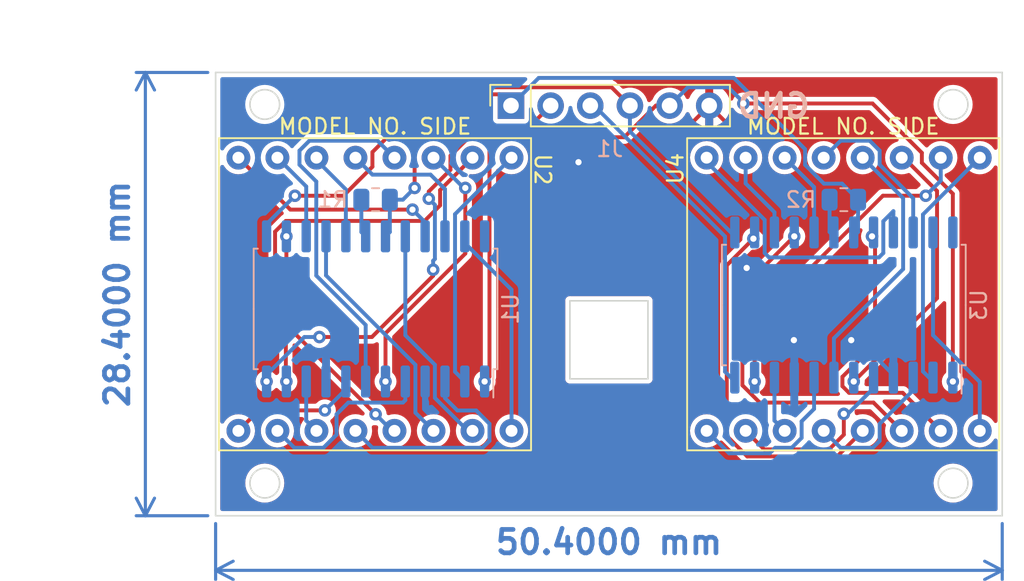
<source format=kicad_pcb>
(kicad_pcb (version 20211014) (generator pcbnew)
  (layers (0 "F.Cu" signal) (31 "B.Cu" signal) (34 "B.Paste" user) (35 "F.Paste" user) (36 "B.SilkS" user "B.Silkscreen") (37 "F.SilkS" user "F.Silkscreen") (38 "B.Mask" user) (39 "F.Mask" user) (44 "Edge.Cuts" user))
  (net 0 "")
  (net 1 "Net-(J1-Pad1)")
  (net 2 "Net-(J1-Pad2)")
  (net 3 "Net-(J1-Pad3)")
  (net 4 "Net-(J1-Pad4)")
  (net 5 "Net-(J1-Pad5)")
  (net 6 "GND")
  (net 7 "Net-(R1-Pad1)")
  (net 8 "Net-(R2-Pad1)")
  (net 9 "Net-(U1-Pad2)")
  (net 10 "Net-(U1-Pad3)")
  (net 11 "Net-(U1-Pad5)")
  (net 12 "Net-(U1-Pad6)")
  (net 13 "Net-(U1-Pad7)")
  (net 14 "Net-(U1-Pad8)")
  (net 15 "Net-(U1-Pad10)")
  (net 16 "Net-(U1-Pad11)")
  (net 17 "Net-(U1-Pad14)")
  (net 18 "Net-(U1-Pad15)")
  (net 19 "Net-(U1-Pad16)")
  (net 20 "Net-(U1-Pad17)")
  (net 21 "Net-(U1-Pad20)")
  (net 22 "Net-(U1-Pad21)")
  (net 23 "Net-(U1-Pad22)")
  (net 24 "Net-(U1-Pad23)")
  (net 26 "Net-(U3-Pad2)")
  (net 27 "Net-(U3-Pad3)")
  (net 28 "Net-(U3-Pad5)")
  (net 29 "Net-(U3-Pad6)")
  (net 30 "Net-(U3-Pad7)")
  (net 31 "Net-(U3-Pad8)")
  (net 32 "Net-(U3-Pad10)")
  (net 33 "Net-(U3-Pad11)")
  (net 34 "Net-(U3-Pad14)")
  (net 35 "Net-(U3-Pad15)")
  (net 36 "Net-(U3-Pad16)")
  (net 37 "Net-(U3-Pad17)")
  (net 38 "Net-(U3-Pad20)")
  (net 39 "Net-(U3-Pad21)")
  (net 40 "Net-(U3-Pad22)")
  (net 41 "Net-(U3-Pad23)")
  (footprint "LIB:KWM-20882CBA" (layer "F.Cu") (at 124.96 60.06 -90)
    (fp_text reference "U2" (at 2 -0.75 -90 unlocked) (layer "F.SilkS"))
    (fp_text value "KWM-20882CBA")
    (fp_text user "MODEL NO. SIDE" (at -0.75 10 unlocked) (layer "F.SilkS"))
    (fp_rect (start 0 0) (end 20 20) (layer "F.SilkS") (width 0.12) (fill none))
    (pad "1" thru_hole circle (at 1.25 1.25 180) (size 1.524 1.524) (drill 0.762) (layers *.Mask "F.Cu" "In1.Cu" "B.Cu") (net 9 "Net-(U1-Pad2)"))
    (pad "2" thru_hole circle (at 1.25 3.75 180) (size 1.524 1.524) (drill 0.762) (layers *.Mask "F.Cu" "In1.Cu" "B.Cu") (net 16 "Net-(U1-Pad11)"))
    (pad "3" thru_hole circle (at 1.25 6.25 180) (size 1.524 1.524) (drill 0.762) (layers *.Mask "F.Cu" "In1.Cu" "B.Cu") (net 12 "Net-(U1-Pad6)"))
    (pad "4" thru_hole circle (at 1.25 8.75 180) (size 1.524 1.524) (drill 0.762) (layers *.Mask "F.Cu" "In1.Cu" "B.Cu") (net 13 "Net-(U1-Pad7)"))
    (pad "5" thru_hole circle (at 1.25 11.25 180) (size 1.524 1.524) (drill 0.762) (layers *.Mask "F.Cu" "In1.Cu" "B.Cu") (net 23 "Net-(U1-Pad22)"))
    (pad "6" thru_hole circle (at 1.25 13.75 180) (size 1.524 1.524) (drill 0.762) (layers *.Mask "F.Cu" "In1.Cu" "B.Cu") (net 20 "Net-(U1-Pad17)"))
    (pad "7" thru_hole circle (at 1.25 16.25 180) (size 1.524 1.524) (drill 0.762) (layers *.Mask "F.Cu" "In1.Cu" "B.Cu") (net 18 "Net-(U1-Pad15)"))
    (pad "8" thru_hole circle (at 1.25 18.75 180) (size 1.524 1.524) (drill 0.762) (layers *.Mask "F.Cu" "In1.Cu" "B.Cu") (net 22 "Net-(U1-Pad21)"))
    (pad "9" thru_hole circle (at 18.75 18.75) (size 1.524 1.524) (drill 0.762) (layers *.Cu *.Mask) (net 14 "Net-(U1-Pad8)"))
    (pad "10" thru_hole circle (at 18.75 16.25) (size 1.524 1.524) (drill 0.762) (layers *.Cu *.Mask) (net 11 "Net-(U1-Pad5)"))
    (pad "11" thru_hole circle (at 18.75 13.75) (size 1.524 1.524) (drill 0.762) (layers *.Cu *.Mask) (net 15 "Net-(U1-Pad10)"))
    (pad "12" thru_hole circle (at 18.75 11.25) (size 1.524 1.524) (drill 0.762) (layers *.Cu *.Mask) (net 10 "Net-(U1-Pad3)"))
    (pad "13" thru_hole circle (at 18.75 8.75) (size 1.524 1.524) (drill 0.762) (layers *.Cu *.Mask) (net 17 "Net-(U1-Pad14)"))
    (pad "14" thru_hole circle (at 18.75 6.25) (size 1.524 1.524) (drill 0.762) (layers *.Cu *.Mask) (net 19 "Net-(U1-Pad16)"))
    (pad "15" thru_hole circle (at 18.75 3.75) (size 1.524 1.524) (drill 0.762) (layers *.Cu *.Mask) (net 21 "Net-(U1-Pad20)"))
    (pad "16" thru_hole circle (at 18.75 1.25) (size 1.524 1.524) (drill 0.762) (layers *.Cu *.Mask) (net 24 "Net-(U1-Pad23)"))
  )
  (footprint "LIB:KWM-20882CBA" (layer "F.Cu") (at 154.96 60.06 -90)
    (fp_text reference "U4" (at 1.95 20.75 90 unlocked) (layer "F.SilkS"))
    (fp_text value "KWM-20882CBA")
    (fp_text user "MODEL NO. SIDE" (at -0.75 10 unlocked) (layer "F.SilkS"))
    (fp_rect (start 0 0) (end 20 20) (layer "F.SilkS") (width 0.12) (fill none))
    (pad "1" thru_hole circle (at 1.25 1.25 180) (size 1.524 1.524) (drill 0.762) (layers *.Mask "F.Cu" "In1.Cu" "B.Cu") (net 26 "Net-(U3-Pad2)"))
    (pad "2" thru_hole circle (at 1.25 3.75 180) (size 1.524 1.524) (drill 0.762) (layers *.Mask "F.Cu" "In1.Cu" "B.Cu") (net 33 "Net-(U3-Pad11)"))
    (pad "3" thru_hole circle (at 1.25 6.25 180) (size 1.524 1.524) (drill 0.762) (layers *.Mask "F.Cu" "In1.Cu" "B.Cu") (net 29 "Net-(U3-Pad6)"))
    (pad "4" thru_hole circle (at 1.25 8.75 180) (size 1.524 1.524) (drill 0.762) (layers *.Mask "F.Cu" "In1.Cu" "B.Cu") (net 30 "Net-(U3-Pad7)"))
    (pad "5" thru_hole circle (at 1.25 11.25 180) (size 1.524 1.524) (drill 0.762) (layers *.Mask "F.Cu" "In1.Cu" "B.Cu") (net 40 "Net-(U3-Pad22)"))
    (pad "6" thru_hole circle (at 1.25 13.75 180) (size 1.524 1.524) (drill 0.762) (layers *.Mask "F.Cu" "In1.Cu" "B.Cu") (net 37 "Net-(U3-Pad17)"))
    (pad "7" thru_hole circle (at 1.25 16.25 180) (size 1.524 1.524) (drill 0.762) (layers *.Mask "F.Cu" "In1.Cu" "B.Cu") (net 35 "Net-(U3-Pad15)"))
    (pad "8" thru_hole circle (at 1.25 18.75 180) (size 1.524 1.524) (drill 0.762) (layers *.Mask "F.Cu" "In1.Cu" "B.Cu") (net 39 "Net-(U3-Pad21)"))
    (pad "9" thru_hole circle (at 18.75 18.75) (size 1.524 1.524) (drill 0.762) (layers *.Cu *.Mask) (net 31 "Net-(U3-Pad8)"))
    (pad "10" thru_hole circle (at 18.75 16.25) (size 1.524 1.524) (drill 0.762) (layers *.Cu *.Mask) (net 28 "Net-(U3-Pad5)"))
    (pad "11" thru_hole circle (at 18.75 13.75) (size 1.524 1.524) (drill 0.762) (layers *.Cu *.Mask) (net 32 "Net-(U3-Pad10)"))
    (pad "12" thru_hole circle (at 18.75 11.25) (size 1.524 1.524) (drill 0.762) (layers *.Cu *.Mask) (net 27 "Net-(U3-Pad3)"))
    (pad "13" thru_hole circle (at 18.75 8.75) (size 1.524 1.524) (drill 0.762) (layers *.Cu *.Mask) (net 34 "Net-(U3-Pad14)"))
    (pad "14" thru_hole circle (at 18.75 6.25) (size 1.524 1.524) (drill 0.762) (layers *.Cu *.Mask) (net 36 "Net-(U3-Pad16)"))
    (pad "15" thru_hole circle (at 18.75 3.75) (size 1.524 1.524) (drill 0.762) (layers *.Cu *.Mask) (net 38 "Net-(U3-Pad20)"))
    (pad "16" thru_hole circle (at 18.75 1.25) (size 1.524 1.524) (drill 0.762) (layers *.Cu *.Mask) (net 41 "Net-(U3-Pad23)"))
  )
  (footprint "Connector_PinSocket_2.54mm:PinSocket_1x06_P2.54mm_Vertical" (layer "F.Cu") (at 123.675 57.975 90)
    (fp_text reference "J1" (at -2.775 6.325 180) (layer "B.SilkS") (effects (justify mirror)))
    (fp_text value "Conn_01x06_Male")
    (fp_line (start 0 -1.33) (end 1.33 -1.33) (layer "F.SilkS") (width 0.12))
    (fp_line (start 1.33 -1.33) (end 1.33 0) (layer "F.SilkS") (width 0.12))
    (fp_line (start -1.33 1.27) (end -1.33 14.03) (layer "F.SilkS") (width 0.12))
    (fp_line (start -1.33 14.03) (end 1.33 14.03) (layer "F.SilkS") (width 0.12))
    (fp_line (start -1.33 1.27) (end 1.33 1.27) (layer "F.SilkS") (width 0.12))
    (fp_line (start 1.33 1.27) (end 1.33 14.03) (layer "F.SilkS") (width 0.12))
    (pad "1" thru_hole rect (at 0 0 90) (size 1.7 1.7) (drill 1) (layers *.Cu *.Mask) (net 1 "Net-(J1-Pad1)"))
    (pad "2" thru_hole oval (at 0 2.54 90) (size 1.7 1.7) (drill 1) (layers *.Cu *.Mask) (net 2 "Net-(J1-Pad2)"))
    (pad "3" thru_hole oval (at 0 5.08 90) (size 1.7 1.7) (drill 1) (layers *.Cu *.Mask) (net 3 "Net-(J1-Pad3)"))
    (pad "4" thru_hole oval (at 0 7.62 90) (size 1.7 1.7) (drill 1) (layers *.Cu *.Mask) (net 4 "Net-(J1-Pad4)"))
    (pad "5" thru_hole oval (at 0 10.16 90) (size 1.7 1.7) (drill 1) (layers *.Cu *.Mask) (net 5 "Net-(J1-Pad5)"))
    (pad "6" thru_hole oval (at 0 12.7 90) (size 1.7 1.7) (drill 1) (layers *.Cu *.Mask) (net 6 "GND"))
  )
  (footprint "Package_SO:SOIC-24W_7.5x15.4mm_P1.27mm" (layer "B.Cu") (at 145 70.75 90)
    (fp_text reference "U3" (at 0 8.65 90) (layer "B.SilkS") (effects (justify mirror)))
    (fp_text value "MAX7219")
    (fp_line (start -3.86 7.81) (end -3.86 7.545) (layer "B.SilkS") (width 0.12))
    (fp_line (start 0 -7.81) (end -3.86 -7.81) (layer "B.SilkS") (width 0.12))
    (fp_line (start 3.86 7.81) (end 3.86 7.545) (layer "B.SilkS") (width 0.12))
    (fp_line (start -3.86 7.545) (end -5.675 7.545) (layer "B.SilkS") (width 0.12))
    (fp_line (start 3.86 -7.81) (end 3.86 -7.545) (layer "B.SilkS") (width 0.12))
    (fp_line (start 0 7.81) (end -3.86 7.81) (layer "B.SilkS") (width 0.12))
    (fp_line (start -3.86 -7.81) (end -3.86 -7.545) (layer "B.SilkS") (width 0.12))
    (fp_line (start 0 -7.81) (end 3.86 -7.81) (layer "B.SilkS") (width 0.12))
    (fp_line (start 0 7.81) (end 3.86 7.81) (layer "B.SilkS") (width 0.12))
    (pad "1" smd roundrect (at -4.65 6.985 90) (size 2.05 0.6) (layers "B.Cu" "B.Paste" "B.Mask") (net 5 "Net-(J1-Pad5)"))
    (pad "2" smd roundrect (at -4.65 5.715 90) (size 2.05 0.6) (layers "B.Cu" "B.Paste" "B.Mask") (net 26 "Net-(U3-Pad2)"))
    (pad "3" smd roundrect (at -4.65 4.445 90) (size 2.05 0.6) (layers "B.Cu" "B.Paste" "B.Mask") (net 27 "Net-(U3-Pad3)"))
    (pad "4" smd roundrect (at -4.65 3.175 90) (size 2.05 0.6) (layers "B.Cu" "B.Paste" "B.Mask") (net 6 "GND"))
    (pad "5" smd roundrect (at -4.65 1.905 90) (size 2.05 0.6) (layers "B.Cu" "B.Paste" "B.Mask") (net 28 "Net-(U3-Pad5)"))
    (pad "6" smd roundrect (at -4.65 0.635 90) (size 2.05 0.6) (layers "B.Cu" "B.Paste" "B.Mask") (net 29 "Net-(U3-Pad6)"))
    (pad "7" smd roundrect (at -4.65 -0.635 90) (size 2.05 0.6) (layers "B.Cu" "B.Paste" "B.Mask") (net 30 "Net-(U3-Pad7)"))
    (pad "8" smd roundrect (at -4.65 -1.905 90) (size 2.05 0.6) (layers "B.Cu" "B.Paste" "B.Mask") (net 31 "Net-(U3-Pad8)"))
    (pad "9" smd roundrect (at -4.65 -3.175 90) (size 2.05 0.6) (layers "B.Cu" "B.Paste" "B.Mask") (net 6 "GND"))
    (pad "10" smd roundrect (at -4.65 -4.445 90) (size 2.05 0.6) (layers "B.Cu" "B.Paste" "B.Mask") (net 32 "Net-(U3-Pad10)"))
    (pad "11" smd roundrect (at -4.65 -5.715 90) (size 2.05 0.6) (layers "B.Cu" "B.Paste" "B.Mask") (net 33 "Net-(U3-Pad11)"))
    (pad "12" smd roundrect (at -4.65 -6.985 90) (size 2.05 0.6) (layers "B.Cu" "B.Paste" "B.Mask") (net 3 "Net-(J1-Pad3)"))
    (pad "13" smd roundrect (at 4.65 -6.985 90) (size 2.05 0.6) (layers "B.Cu" "B.Paste" "B.Mask") (net 4 "Net-(J1-Pad4)"))
    (pad "14" smd roundrect (at 4.65 -5.715 90) (size 2.05 0.6) (layers "B.Cu" "B.Paste" "B.Mask") (net 34 "Net-(U3-Pad14)"))
    (pad "15" smd roundrect (at 4.65 -4.445 90) (size 2.05 0.6) (layers "B.Cu" "B.Paste" "B.Mask") (net 35 "Net-(U3-Pad15)"))
    (pad "16" smd roundrect (at 4.65 -3.175 90) (size 2.05 0.6) (layers "B.Cu" "B.Paste" "B.Mask") (net 36 "Net-(U3-Pad16)"))
    (pad "17" smd roundrect (at 4.65 -1.905 90) (size 2.05 0.6) (layers "B.Cu" "B.Paste" "B.Mask") (net 37 "Net-(U3-Pad17)"))
    (pad "18" smd roundrect (at 4.65 -0.635 90) (size 2.05 0.6) (layers "B.Cu" "B.Paste" "B.Mask") (net 8 "Net-(R2-Pad1)"))
    (pad "19" smd roundrect (at 4.65 0.635 90) (size 2.05 0.6) (layers "B.Cu" "B.Paste" "B.Mask") (net 1 "Net-(J1-Pad1)"))
    (pad "20" smd roundrect (at 4.65 1.905 90) (size 2.05 0.6) (layers "B.Cu" "B.Paste" "B.Mask") (net 38 "Net-(U3-Pad20)"))
    (pad "21" smd roundrect (at 4.65 3.175 90) (size 2.05 0.6) (layers "B.Cu" "B.Paste" "B.Mask") (net 39 "Net-(U3-Pad21)"))
    (pad "22" smd roundrect (at 4.65 4.445 90) (size 2.05 0.6) (layers "B.Cu" "B.Paste" "B.Mask") (net 40 "Net-(U3-Pad22)"))
    (pad "23" smd roundrect (at 4.65 5.715 90) (size 2.05 0.6) (layers "B.Cu" "B.Paste" "B.Mask") (net 41 "Net-(U3-Pad23)"))
    (pad "24" smd roundrect (at 4.65 6.985 90) (size 2.05 0.6) (layers "B.Cu" "B.Paste" "B.Mask"))
  )
  (footprint "Resistor_SMD:R_0805_2012Metric" (layer "B.Cu") (at 115 64)
    (fp_text reference "R1" (at -2.75 0) (layer "B.SilkS") (effects (justify mirror)))
    (fp_text value "24.5k")
    (fp_line (start -0.227064 -0.735) (end 0.227064 -0.735) (layer "B.SilkS") (width 0.12))
    (fp_line (start -0.227064 0.735) (end 0.227064 0.735) (layer "B.SilkS") (width 0.12))
    (pad "1" smd roundrect (at -0.9125 0) (size 1.025 1.4) (layers "B.Cu" "B.Paste" "B.Mask") (roundrect_rratio 0.243902439) (net 7 "Net-(R1-Pad1)"))
    (pad "2" smd roundrect (at 0.9125 0) (size 1.025 1.4) (layers "B.Cu" "B.Paste" "B.Mask") (roundrect_rratio 0.243902439) (net 1 "Net-(J1-Pad1)"))
  )
  (footprint "Resistor_SMD:R_0805_2012Metric" (layer "B.Cu") (at 145 64)
    (fp_text reference "R2" (at -2.75 0) (layer "B.SilkS") (effects (justify mirror)))
    (fp_text value "24.5k")
    (fp_line (start -0.227064 0.735) (end 0.227064 0.735) (layer "B.SilkS") (width 0.12))
    (fp_line (start -0.227064 -0.735) (end 0.227064 -0.735) (layer "B.SilkS") (width 0.12))
    (pad "1" smd roundrect (at -0.9125 0) (size 1.025 1.4) (layers "B.Cu" "B.Paste" "B.Mask") (roundrect_rratio 0.243902439) (net 8 "Net-(R2-Pad1)"))
    (pad "2" smd roundrect (at 0.9125 0) (size 1.025 1.4) (layers "B.Cu" "B.Paste" "B.Mask") (roundrect_rratio 0.243902439) (net 1 "Net-(J1-Pad1)"))
  )
  (footprint "Package_SO:SOIC-24W_7.5x15.4mm_P1.27mm" (layer "B.Cu") (at 115 71 90)
    (fp_text reference "U1" (at 0 8.65 270) (layer "B.SilkS") (effects (justify mirror)))
    (fp_text value "MAX7219")
    (fp_line (start 3.86 7.81) (end 3.86 7.545) (layer "B.SilkS") (width 0.12))
    (fp_line (start 0 7.81) (end 3.86 7.81) (layer "B.SilkS") (width 0.12))
    (fp_line (start 3.86 -7.81) (end 3.86 -7.545) (layer "B.SilkS") (width 0.12))
    (fp_line (start 0 -7.81) (end 3.86 -7.81) (layer "B.SilkS") (width 0.12))
    (fp_line (start -3.86 7.545) (end -5.675 7.545) (layer "B.SilkS") (width 0.12))
    (fp_line (start 0 -7.81) (end -3.86 -7.81) (layer "B.SilkS") (width 0.12))
    (fp_line (start -3.86 7.81) (end -3.86 7.545) (layer "B.SilkS") (width 0.12))
    (fp_line (start 0 7.81) (end -3.86 7.81) (layer "B.SilkS") (width 0.12))
    (fp_line (start -3.86 -7.81) (end -3.86 -7.545) (layer "B.SilkS") (width 0.12))
    (pad "1" smd roundrect (at -4.65 6.985 90) (size 2.05 0.6) (layers "B.Cu" "B.Paste" "B.Mask") (net 5 "Net-(J1-Pad5)"))
    (pad "2" smd roundrect (at -4.65 5.715 90) (size 2.05 0.6) (layers "B.Cu" "B.Paste" "B.Mask") (net 9 "Net-(U1-Pad2)"))
    (pad "3" smd roundrect (at -4.65 4.445 90) (size 2.05 0.6) (layers "B.Cu" "B.Paste" "B.Mask") (net 10 "Net-(U1-Pad3)"))
    (pad "4" smd roundrect (at -4.65 3.175 90) (size 2.05 0.6) (layers "B.Cu" "B.Paste" "B.Mask") (net 6 "GND"))
    (pad "5" smd roundrect (at -4.65 1.905 90) (size 2.05 0.6) (layers "B.Cu" "B.Paste" "B.Mask") (net 11 "Net-(U1-Pad5)"))
    (pad "6" smd roundrect (at -4.65 0.635 90) (size 2.05 0.6) (layers "B.Cu" "B.Paste" "B.Mask") (net 12 "Net-(U1-Pad6)"))
    (pad "7" smd roundrect (at -4.65 -0.635 90) (size 2.05 0.6) (layers "B.Cu" "B.Paste" "B.Mask") (net 13 "Net-(U1-Pad7)"))
    (pad "8" smd roundrect (at -4.65 -1.905 90) (size 2.05 0.6) (layers "B.Cu" "B.Paste" "B.Mask") (net 14 "Net-(U1-Pad8)"))
    (pad "9" smd roundrect (at -4.65 -3.175 90) (size 2.05 0.6) (layers "B.Cu" "B.Paste" "B.Mask") (net 6 "GND"))
    (pad "10" smd roundrect (at -4.65 -4.445 90) (size 2.05 0.6) (layers "B.Cu" "B.Paste" "B.Mask") (net 15 "Net-(U1-Pad10)"))
    (pad "11" smd roundrect (at -4.65 -5.715 90) (size 2.05 0.6) (layers "B.Cu" "B.Paste" "B.Mask") (net 16 "Net-(U1-Pad11)"))
    (pad "12" smd roundrect (at -4.65 -6.985 90) (size 2.05 0.6) (layers "B.Cu" "B.Paste" "B.Mask") (net 2 "Net-(J1-Pad2)"))
    (pad "13" smd roundrect (at 4.65 -6.985 90) (size 2.05 0.6) (layers "B.Cu" "B.Paste" "B.Mask") (net 4 "Net-(J1-Pad4)"))
    (pad "14" smd roundrect (at 4.65 -5.715 90) (size 2.05 0.6) (layers "B.Cu" "B.Paste" "B.Mask") (net 17 "Net-(U1-Pad14)"))
    (pad "15" smd roundrect (at 4.65 -4.445 90) (size 2.05 0.6) (layers "B.Cu" "B.Paste" "B.Mask") (net 18 "Net-(U1-Pad15)"))
    (pad "16" smd roundrect (at 4.65 -3.175 90) (size 2.05 0.6) (layers "B.Cu" "B.Paste" "B.Mask") (net 19 "Net-(U1-Pad16)"))
    (pad "17" smd roundrect (at 4.65 -1.905 90) (size 2.05 0.6) (layers "B.Cu" "B.Paste" "B.Mask") (net 20 "Net-(U1-Pad17)"))
    (pad "18" smd roundrect (at 4.65 -0.635 90) (size 2.05 0.6) (layers "B.Cu" "B.Paste" "B.Mask") (net 7 "Net-(R1-Pad1)"))
    (pad "19" smd roundrect (at 4.65 0.635 90) (size 2.05 0.6) (layers "B.Cu" "B.Paste" "B.Mask") (net 1 "Net-(J1-Pad1)"))
    (pad "20" smd roundrect (at 4.65 1.905 90) (size 2.05 0.6) (layers "B.Cu" "B.Paste" "B.Mask") (net 21 "Net-(U1-Pad20)"))
    (pad "21" smd roundrect (at 4.65 3.175 90) (size 2.05 0.6) (layers "B.Cu" "B.Paste" "B.Mask") (net 22 "Net-(U1-Pad21)"))
    (pad "22" smd roundrect (at 4.65 4.445 90) (size 2.05 0.6) (layers "B.Cu" "B.Paste" "B.Mask") (net 23 "Net-(U1-Pad22)"))
    (pad "23" smd roundrect (at 4.65 5.715 90) (size 2.05 0.6) (layers "B.Cu" "B.Paste" "B.Mask") (net 24 "Net-(U1-Pad23)"))
    (pad "24" smd roundrect (at 4.65 6.985 90) (size 2.05 0.6) (layers "B.Cu" "B.Paste" "B.Mask"))
  )
  (gr_line (start 127.45 75.480083) (end 127.45 70.480083) (layer "Edge.Cuts") (width 0.1))
  (gr_line (start 155.15 55.85) (end 104.75 55.85) (layer "Edge.Cuts") (width 0.1))
  (gr_line (start 132.45 70.480083) (end 132.45 75.480083) (layer "Edge.Cuts") (width 0.1))
  (gr_line (start 104.75 55.85) (end 104.75 84.25) (layer "Edge.Cuts") (width 0.1))
  (gr_line (start 132.45 75.480083) (end 127.45 75.480083) (layer "Edge.Cuts") (width 0.1))
  (gr_circle (center 107.9 82.160749) (end 107.9 81.210749) (layer "Edge.Cuts") (width 0.1) (fill none))
  (gr_circle (center 152 57.9) (end 152 56.95) (layer "Edge.Cuts") (width 0.1) (fill none))
  (gr_line (start 127.45 70.480083) (end 132.45 70.480083) (layer "Edge.Cuts") (width 0.1))
  (gr_line (start 104.75 84.25) (end 155.15 84.25) (layer "Edge.Cuts") (width 0.1))
  (gr_line (start 155.15 84.25) (end 155.15 55.85) (layer "Edge.Cuts") (width 0.1))
  (gr_circle (center 107.9 57.9) (end 107.9 56.95) (layer "Edge.Cuts") (width 0.1) (fill none))
  (gr_circle (center 152 82.160749) (end 152 81.210749) (layer "Edge.Cuts") (width 0.1) (fill none))
  (gr_text "GND" (at 140.5 58) (layer "B.SilkS") (effects (font (size 1.5 1.5) (thickness 0.3)) (justify mirror)))
  (dimension (type aligned) (layer "B.Cu") (pts (xy 155.15 84.25) (xy 104.75 84.25)) (height -3.5) (gr_text "50.4000 mm" (at 129.95 85.95) (layer "B.Cu") (effects (font (size 1.5 1.5) (thickness 0.3)))) (format (units 3) (units_format 1) (precision 4)) (style (thickness 0.2) (arrow_length 1.27) (text_position_mode 0) (extension_height 0.58642) (extension_offset 0.5) keep_text_aligned))
  (dimension (type aligned) (layer "B.Cu") (pts (xy 104.75 84.25) (xy 104.75 55.85)) (height -4.5) (gr_text "28.4000 mm" (at 98.45 70.05 90) (layer "B.Cu") (effects (font (size 1.5 1.5) (thickness 0.3)))) (format (units 3) (units_format 1) (precision 4)) (style (thickness 0.2) (arrow_length 1.27) (text_position_mode 0) (extension_height 0.58642) (extension_offset 0.5) keep_text_aligned))
  (segment (start 122.95 57.25) (end 123.675 57.975) (width 0.25) (layer "F.Cu") (net 1))
  (segment (start 119.136396 57.25) (end 122.95 57.25) (width 0.25) (layer "F.Cu") (net 1))
  (segment (start 117.5 58.886396) (end 119.136396 57.25) (width 0.25) (layer "F.Cu") (net 1))
  (segment (start 117.5 63.25) (end 117.5 58.886396) (width 0.25) (layer "F.Cu") (net 1))
  (via (at 117.5 63.25) (size 0.8) (drill 0.4) (layers "F.Cu" "B.Cu") (net 1))
  (segment (start 145.9125 66.0725) (end 145.635 66.35) (width 0.25) (layer "B.Cu") (net 1))
  (segment (start 142.518198 61.768198) (end 143.725 62.975) (width 0.25) (layer "B.Cu") (net 1))
  (segment (start 115.9125 64) (end 115.9125 66.0725) (width 0.25) (layer "B.Cu") (net 1))
  (segment (start 142.518198 60.768198) (end 142.518198 61.768198) (width 0.25) (layer "B.Cu") (net 1))
  (segment (start 115.9125 66.0725) (end 115.635 66.35) (width 0.25) (layer "B.Cu") (net 1))
  (segment (start 145.9125 64) (end 145.9125 66.0725) (width 0.25) (layer "B.Cu") (net 1))
  (segment (start 144.8875 62.975) (end 145.9125 64) (width 0.25) (layer "B.Cu") (net 1))
  (segment (start 115.9125 64) (end 116.75 64) (width 0.25) (layer "B.Cu") (net 1))
  (segment (start 143.725 62.975) (end 144.8875 62.975) (width 0.25) (layer "B.Cu") (net 1))
  (segment (start 137.95 56.2) (end 142.518198 60.768198) (width 0.25) (layer "B.Cu") (net 1))
  (segment (start 116.75 64) (end 117.5 63.25) (width 0.25) (layer "B.Cu") (net 1))
  (segment (start 125.45 56.2) (end 137.95 56.2) (width 0.25) (layer "B.Cu") (net 1))
  (segment (start 123.675 57.975) (end 125.45 56.2) (width 0.25) (layer "B.Cu") (net 1))
  (segment (start 119.797 62.086604) (end 118.408556 63.475048) (width 0.25) (layer "F.Cu") (net 2))
  (segment (start 118.687701 68.875903) (end 114.763604 72.8) (width 0.25) (layer "F.Cu") (net 2))
  (segment (start 118.687701 68.487701) (end 118.687701 68.875903) (width 0.25) (layer "F.Cu") (net 2))
  (segment (start 124.64 59.55) (end 121.432749 59.55) (width 0.25) (layer "F.Cu") (net 2))
  (segment (start 114.763604 72.8) (end 111.4 72.8) (width 0.25) (layer "F.Cu") (net 2))
  (segment (start 118.408556 63.475048) (end 118.408556 63.937701) (width 0.25) (layer "F.Cu") (net 2))
  (segment (start 121.432749 59.55) (end 119.797 61.185749) (width 0.25) (layer "F.Cu") (net 2))
  (segment (start 126.215 57.975) (end 124.64 59.55) (width 0.25) (layer "F.Cu") (net 2))
  (segment (start 119.797 61.185749) (end 119.797 62.086604) (width 0.25) (layer "F.Cu") (net 2))
  (via (at 118.408556 63.937701) (size 0.8) (drill 0.4) (layers "F.Cu" "B.Cu") (net 2))
  (via (at 108.015 75.65) (size 0.8) (drill 0.4) (layers "F.Cu" "B.Cu") (net 2))
  (via (at 111.4 72.8) (size 0.8) (drill 0.4) (layers "F.Cu" "B.Cu") (net 2))
  (via (at 118.687701 68.487701) (size 0.8) (drill 0.4) (layers "F.Cu" "B.Cu") (net 2))
  (segment (start 108.015 75.65) (end 108.015 75.223249) (width 0.25) (layer "B.Cu") (net 2))
  (segment (start 118.8 64.329145) (end 118.408556 63.937701) (width 0.25) (layer "B.Cu") (net 2))
  (segment (start 118.687701 67.912299) (end 118.8 67.8) (width 0.25) (layer "B.Cu") (net 2))
  (segment (start 118.687701 68.487701) (end 118.687701 67.912299) (width 0.25) (layer "B.Cu") (net 2))
  (segment (start 118.8 67.8) (end 118.8 64.329145) (width 0.25) (layer "B.Cu") (net 2))
  (segment (start 110.438249 72.8) (end 111.4 72.8) (width 0.25) (layer "B.Cu") (net 2))
  (segment (start 108.015 75.223249) (end 110.438249 72.8) (width 0.25) (layer "B.Cu") (net 2))
  (segment (start 137.39 75.025) (end 138.015 75.65) (width 0.25) (layer "B.Cu") (net 3))
  (segment (start 137.39 66.361396) (end 137.39 75.025) (width 0.25) (layer "B.Cu") (net 3))
  (segment (start 129.003604 57.975) (end 137.39 66.361396) (width 0.25) (layer "B.Cu") (net 3))
  (segment (start 128.755 57.975) (end 129.003604 57.975) (width 0.25) (layer "B.Cu") (net 3))
  (segment (start 114.797 61.890299) (end 112.937299 63.75) (width 0.25) (layer "F.Cu") (net 4))
  (segment (start 118.95 56.8) (end 114.797 60.953) (width 0.25) (layer "F.Cu") (net 4))
  (segment (start 112.937299 63.75) (end 109.8305 63.75) (width 0.25) (layer "F.Cu") (net 4))
  (segment (start 114.797 60.953) (end 114.797 61.890299) (width 0.25) (layer "F.Cu") (net 4))
  (segment (start 131.295 57.975) (end 130.12 56.8) (width 0.25) (layer "F.Cu") (net 4))
  (segment (start 130.12 56.8) (end 118.95 56.8) (width 0.25) (layer "F.Cu") (net 4))
  (via (at 109.8305 63.75) (size 0.8) (drill 0.4) (layers "F.Cu" "B.Cu") (net 4))
  (segment (start 131.295 57.975) (end 131.295 59.63) (width 0.25) (layer "B.Cu") (net 4))
  (segment (start 108.015 65.5655) (end 108.015 66.35) (width 0.25) (layer "B.Cu") (net 4))
  (segment (start 131.295 59.63) (end 138.015 66.35) (width 0.25) (layer "B.Cu") (net 4))
  (segment (start 109.8305 63.75) (end 108.015 65.5655) (width 0.25) (layer "B.Cu") (net 4))
  (segment (start 150 61) (end 150 61.637251) (width 0.25) (layer "F.Cu") (net 5))
  (segment (start 122.75 60) (end 122.297 60.453) (width 0.25) (layer "F.Cu") (net 5))
  (segment (start 150 61.637251) (end 151.985 63.622251) (width 0.25) (layer "F.Cu") (net 5))
  (segment (start 138.5627 57.8373) (end 146.8373 57.8373) (width 0.25) (layer "F.Cu") (net 5))
  (segment (start 122.297 60.453) (end 122.297 75.338) (width 0.25) (layer "F.Cu") (net 5))
  (segment (start 122.297 75.338) (end 121.985 75.65) (width 0.25) (layer "F.Cu") (net 5))
  (segment (start 132.956701 57.975) (end 130.931701 60) (width 0.25) (layer "F.Cu") (net 5))
  (segment (start 146.8373 57.8373) (end 150 61) (width 0.25) (layer "F.Cu") (net 5))
  (segment (start 151.985 63.622251) (end 151.985 75.65) (width 0.25) (layer "F.Cu") (net 5))
  (segment (start 130.931701 60) (end 122.75 60) (width 0.25) (layer "F.Cu") (net 5))
  (segment (start 133.835 57.975) (end 132.956701 57.975) (width 0.25) (layer "F.Cu") (net 5))
  (via (at 121.985 75.65) (size 0.8) (drill 0.4) (layers "F.Cu" "B.Cu") (net 5))
  (via (at 151.985 75.65) (size 0.8) (drill 0.4) (layers "F.Cu" "B.Cu") (net 5))
  (via (at 138.5627 57.8373) (size 0.8) (drill 0.4) (layers "F.Cu" "B.Cu") (net 5))
  (segment (start 133.835 57.975) (end 135.01 56.8) (width 0.25) (layer "B.Cu") (net 5))
  (segment (start 135.01 56.8) (end 137.6 56.8) (width 0.25) (layer "B.Cu") (net 5))
  (segment (start 138.5627 57.7627) (end 138.5627 57.8373) (width 0.25) (layer "B.Cu") (net 5))
  (segment (start 137.6 56.8) (end 138.2 57.4) (width 0.25) (layer "B.Cu") (net 5))
  (segment (start 138.2 57.4) (end 138.5627 57.7627) (width 0.25) (layer "B.Cu") (net 5))
  (segment (start 137.4 63.669195) (end 139.969302 66.238497) (width 0.25) (layer "F.Cu") (net 6))
  (segment (start 136.375 57.975) (end 137.4 59) (width 0.25) (layer "F.Cu") (net 6))
  (segment (start 132.75 61.6) (end 128 61.6) (width 0.25) (layer "F.Cu") (net 6))
  (segment (start 137.4 59) (end 137.4 63.669195) (width 0.25) (layer "F.Cu") (net 6))
  (segment (start 139.969302 66.238497) (end 139.969302 67.181098) (width 0.25) (layer "F.Cu") (net 6))
  (segment (start 139.969302 67.181098) (end 138.7752 68.3752) (width 0.25) (layer "F.Cu") (net 6))
  (segment (start 136.375 57.975) (end 132.75 61.6) (width 0.25) (layer "F.Cu") (net 6))
  (via (at 138.7752 68.3752) (size 0.8) (drill 0.4) (layers "F.Cu" "B.Cu") (net 6))
  (via (at 141.8 73) (size 0.8) (drill 0.4) (layers "F.Cu" "B.Cu") (net 6))
  (via (at 128 61.6) (size 0.8) (drill 0.4) (layers "F.Cu" "B.Cu") (net 6))
  (via (at 145.4745 73) (size 0.8) (drill 0.4) (layers "F.Cu" "B.Cu") (net 6))
  (segment (start 141.825 75.65) (end 141.825 73.025) (width 0.25) (layer "B.Cu") (net 6))
  (segment (start 145.4745 73) (end 145.951751 73) (width 0.25) (layer "B.Cu") (net 6))
  (segment (start 145.951751 73) (end 148.175 75.223249) (width 0.25) (layer "B.Cu") (net 6))
  (segment (start 141.825 73.025) (end 141.8 73) (width 0.25) (layer "B.Cu") (net 6))
  (segment (start 148.175 75.223249) (end 148.175 75.65) (width 0.25) (layer "B.Cu") (net 6))
  (segment (start 114.0875 64) (end 114.0875 66.0725) (width 0.25) (layer "B.Cu") (net 7))
  (segment (start 114.0875 66.0725) (end 114.365 66.35) (width 0.25) (layer "B.Cu") (net 7))
  (segment (start 144.0875 64) (end 144.0875 66.0725) (width 0.25) (layer "B.Cu") (net 8))
  (segment (start 144.0875 66.0725) (end 144.365 66.35) (width 0.25) (layer "B.Cu") (net 8))
  (segment (start 120.09 75.025) (end 120.09 64.93) (width 0.25) (layer "B.Cu") (net 9))
  (segment (start 120.09 64.93) (end 123.71 61.31) (width 0.25) (layer "B.Cu") (net 9))
  (segment (start 120.715 75.65) (end 120.09 75.025) (width 0.25) (layer "B.Cu") (net 9))
  (segment (start 122.297 78.359749) (end 121.444928 77.507677) (width 0.25) (layer "B.Cu") (net 10))
  (segment (start 120.242322 77.507677) (end 119.445 76.710355) (width 0.25) (layer "B.Cu") (net 10))
  (segment (start 114.797 79.897) (end 121.853 79.897) (width 0.25) (layer "B.Cu") (net 10))
  (segment (start 122.297 79.453) (end 122.297 78.359749) (width 0.25) (layer "B.Cu") (net 10))
  (segment (start 121.444928 77.507677) (end 120.242322 77.507677) (width 0.25) (layer "B.Cu") (net 10))
  (segment (start 113.71 78.81) (end 114.797 79.897) (width 0.25) (layer "B.Cu") (net 10))
  (segment (start 119.445 76.710355) (end 119.445 75.65) (width 0.25) (layer "B.Cu") (net 10))
  (segment (start 121.853 79.897) (end 122.297 79.453) (width 0.25) (layer "B.Cu") (net 10))
  (segment (start 112.5 77.75) (end 113.25 77) (width 0.25) (layer "B.Cu") (net 11))
  (segment (start 113.25 77) (end 116.75 77) (width 0.25) (layer "B.Cu") (net 11))
  (segment (start 109.797 79.897) (end 111.660251 79.897) (width 0.25) (layer "B.Cu") (net 11))
  (segment (start 108.71 78.81) (end 109.797 79.897) (width 0.25) (layer "B.Cu") (net 11))
  (segment (start 116.905 76.845) (end 116.905 75.65) (width 0.25) (layer "B.Cu") (net 11))
  (segment (start 112.5 79.057251) (end 112.5 77.75) (width 0.25) (layer "B.Cu") (net 11))
  (segment (start 111.660251 79.897) (end 112.5 79.057251) (width 0.25) (layer "B.Cu") (net 11))
  (segment (start 116.75 77) (end 116.905 76.845) (width 0.25) (layer "B.Cu") (net 11))
  (segment (start 115.635 72.565) (end 115.635 75.65) (width 0.25) (layer "F.Cu") (net 12))
  (segment (start 120.7477 67.4523) (end 115.635 72.565) (width 0.25) (layer "F.Cu") (net 12))
  (segment (start 120.7477 63.2477) (end 120.7477 67.4523) (width 0.25) (layer "F.Cu") (net 12))
  (via (at 120.7477 63.2477) (size 0.8) (drill 0.4) (layers "F.Cu" "B.Cu") (net 12))
  (via (at 115.635 75.65) (size 0.8) (drill 0.4) (layers "F.Cu" "B.Cu") (net 12))
  (segment (start 120.6477 63.2477) (end 118.71 61.31) (width 0.25) (layer "B.Cu") (net 12))
  (segment (start 120.7477 63.2477) (end 120.6477 63.2477) (width 0.25) (layer "B.Cu") (net 12))
  (segment (start 114.365 72.029645) (end 111.2 68.864645) (width 0.25) (layer "B.Cu") (net 13))
  (segment (start 114.365 75.65) (end 114.365 72.029645) (width 0.25) (layer "B.Cu") (net 13))
  (segment (start 111.2 62.837251) (end 110.123 61.760251) (width 0.25) (layer "B.Cu") (net 13))
  (segment (start 110.123 60.859749) (end 110.759749 60.223) (width 0.25) (layer "B.Cu") (net 13))
  (segment (start 110.123 61.760251) (end 110.123 60.859749) (width 0.25) (layer "B.Cu") (net 13))
  (segment (start 111.2 68.864645) (end 111.2 62.837251) (width 0.25) (layer "B.Cu") (net 13))
  (segment (start 115.123 60.223) (end 116.21 61.31) (width 0.25) (layer "B.Cu") (net 13))
  (segment (start 110.759749 60.223) (end 115.123 60.223) (width 0.25) (layer "B.Cu") (net 13))
  (segment (start 107.52 77.5) (end 111.75 77.5) (width 0.25) (layer "F.Cu") (net 14))
  (segment (start 106.21 78.81) (end 107.52 77.5) (width 0.25) (layer "F.Cu") (net 14))
  (via (at 111.75 77.5) (size 0.8) (drill 0.4) (layers "F.Cu" "B.Cu") (net 14))
  (segment (start 113.095 76.155) (end 113.095 75.65) (width 0.25) (layer "B.Cu") (net 14))
  (segment (start 111.75 77.5) (end 113.095 76.155) (width 0.25) (layer "B.Cu") (net 14))
  (segment (start 110.555 78.155) (end 110.555 75.65) (width 0.25) (layer "B.Cu") (net 15))
  (segment (start 111.21 78.81) (end 110.555 78.155) (width 0.25) (layer "B.Cu") (net 15))
  (segment (start 119.133056 64.366944) (end 118.137701 65.362299) (width 0.25) (layer "F.Cu") (net 16))
  (segment (start 109.25 72.636396) (end 109.25 75.615) (width 0.25) (layer "F.Cu") (net 16))
  (segment (start 119.133056 63.386944) (end 119.133056 64.366944) (width 0.25) (layer "F.Cu") (net 16))
  (segment (start 109.25 75.615) (end 109.285 75.65) (width 0.25) (layer "F.Cu") (net 16))
  (segment (start 108.56 66.049695) (end 108.56 71.946396) (width 0.25) (layer "F.Cu") (net 16))
  (segment (start 108.56 71.946396) (end 109.25 72.636396) (width 0.25) (layer "F.Cu") (net 16))
  (segment (start 109.247396 65.362299) (end 108.56 66.049695) (width 0.25) (layer "F.Cu") (net 16))
  (segment (start 121.21 61.31) (end 119.133056 63.386944) (width 0.25) (layer "F.Cu") (net 16))
  (segment (start 118.137701 65.362299) (end 109.247396 65.362299) (width 0.25) (layer "F.Cu") (net 16))
  (via (at 109.285 75.65) (size 0.8) (drill 0.4) (layers "F.Cu" "B.Cu") (net 16))
  (segment (start 109.285 72.035) (end 109.285 66.35) (width 0.25) (layer "F.Cu") (net 17))
  (segment (start 115 77.75) (end 109.285 72.035) (width 0.25) (layer "F.Cu") (net 17))
  (via (at 109.285 66.35) (size 0.8) (drill 0.4) (layers "F.Cu" "B.Cu") (net 17))
  (via (at 115 77.75) (size 0.8) (drill 0.4) (layers "F.Cu" "B.Cu") (net 17))
  (segment (start 116.21 78.81) (end 116.06 78.81) (width 0.25) (layer "B.Cu") (net 17))
  (segment (start 116.06 78.81) (end 115 77.75) (width 0.25) (layer "B.Cu") (net 17))
  (segment (start 108.71 61.31) (end 110.555 63.155) (width 0.25) (layer "B.Cu") (net 18))
  (segment (start 110.555 63.155) (end 110.555 66.35) (width 0.25) (layer "B.Cu") (net 18))
  (segment (start 111.825 68.853249) (end 117.55 74.578249) (width 0.25) (layer "B.Cu") (net 19))
  (segment (start 111.825 66.35) (end 111.825 68.853249) (width 0.25) (layer "B.Cu") (net 19))
  (segment (start 117.55 74.578249) (end 117.55 77.65) (width 0.25) (layer "B.Cu") (net 19))
  (segment (start 117.55 77.65) (end 118.71 78.81) (width 0.25) (layer "B.Cu") (net 19))
  (segment (start 111.21 61.31) (end 111.21 61.46) (width 0.25) (layer "B.Cu") (net 20))
  (segment (start 111.21 61.46) (end 113.095 63.345) (width 0.25) (layer "B.Cu") (net 20))
  (segment (start 113.095 63.345) (end 113.095 66.35) (width 0.25) (layer "B.Cu") (net 20))
  (segment (start 116.905 66.35) (end 116.905 72.683249) (width 0.25) (layer "B.Cu") (net 21))
  (segment (start 118.8 76.701751) (end 120.908249 78.81) (width 0.25) (layer "B.Cu") (net 21))
  (segment (start 116.905 72.683249) (end 118.8 74.578249) (width 0.25) (layer "B.Cu") (net 21))
  (segment (start 120.908249 78.81) (end 121.21 78.81) (width 0.25) (layer "B.Cu") (net 21))
  (segment (start 118.8 74.578249) (end 118.8 76.701751) (width 0.25) (layer "B.Cu") (net 21))
  (segment (start 109.537299 64.637299) (end 106.21 61.31) (width 0.25) (layer "F.Cu") (net 22))
  (segment (start 117.362701 64.637299) (end 109.537299 64.637299) (width 0.25) (layer "F.Cu") (net 22))
  (via (at 117.362701 64.637299) (size 0.8) (drill 0.4) (layers "F.Cu" "B.Cu") (net 22))
  (segment (start 118.175 65.449598) (end 117.362701 64.637299) (width 0.25) (layer "B.Cu") (net 22))
  (segment (start 118.175 66.35) (end 118.175 65.449598) (width 0.25) (layer "B.Cu") (net 22))
  (segment (start 119.445 63.32) (end 119.445 66.35) (width 0.25) (layer "B.Cu") (net 23))
  (segment (start 118.522 62.397) (end 119.445 63.32) (width 0.25) (layer "B.Cu") (net 23))
  (segment (start 114.797 62.397) (end 118.522 62.397) (width 0.25) (layer "B.Cu") (net 23))
  (segment (start 113.71 61.31) (end 114.797 62.397) (width 0.25) (layer "B.Cu") (net 23))
  (segment (start 123.71 69.771751) (end 120.715 66.776751) (width 0.25) (layer "B.Cu") (net 24))
  (segment (start 120.715 66.776751) (end 120.715 66.35) (width 0.25) (layer "B.Cu") (net 24))
  (segment (start 123.71 78.81) (end 123.71 69.771751) (width 0.25) (layer "B.Cu") (net 24))
  (segment (start 150.07 75.005) (end 150.715 75.65) (width 0.25) (layer "B.Cu") (net 26))
  (segment (start 153.71 61.31) (end 150.07 64.95) (width 0.25) (layer "B.Cu") (net 26))
  (segment (start 150.07 64.95) (end 150.07 75.005) (width 0.25) (layer "B.Cu") (net 26))
  (segment (start 143.71 78.81) (end 144.797 79.897) (width 0.25) (layer "B.Cu") (net 27))
  (segment (start 146.853 79.897) (end 147.297 79.453) (width 0.25) (layer "B.Cu") (net 27))
  (segment (start 147.297 79.453) (end 147.297 78.359749) (width 0.25) (layer "B.Cu") (net 27))
  (segment (start 149.445 76.211749) (end 149.445 75.65) (width 0.25) (layer "B.Cu") (net 27))
  (segment (start 147.297 78.359749) (end 149.445 76.211749) (width 0.25) (layer "B.Cu") (net 27))
  (segment (start 144.797 79.897) (end 146.853 79.897) (width 0.25) (layer "B.Cu") (net 27))
  (segment (start 145 79.057251) (end 144.057251 80) (width 0.25) (layer "F.Cu") (net 28))
  (segment (start 139.9 80) (end 138.71 78.81) (width 0.25) (layer "F.Cu") (net 28))
  (segment (start 144.057251 80) (end 139.9 80) (width 0.25) (layer "F.Cu") (net 28))
  (segment (start 145 77.7245) (end 145 79.057251) (width 0.25) (layer "F.Cu") (net 28))
  (via (at 145 77.7245) (size 0.8) (drill 0.4) (layers "F.Cu" "B.Cu") (net 28))
  (segment (start 145.257251 77.7245) (end 146.905 76.076751) (width 0.25) (layer "B.Cu") (net 28))
  (segment (start 145 77.7245) (end 145.257251 77.7245) (width 0.25) (layer "B.Cu") (net 28))
  (segment (start 146.905 76.076751) (end 146.905 75.65) (width 0.25) (layer "B.Cu") (net 28))
  (segment (start 150.9727 70.3123) (end 145.635 75.65) (width 0.25) (layer "F.Cu") (net 29))
  (segment (start 148.71 61.31) (end 148.835305 61.31) (width 0.25) (layer "F.Cu") (net 29))
  (segment (start 150.9727 63.447395) (end 150.9727 70.3123) (width 0.25) (layer "F.Cu") (net 29))
  (segment (start 148.835305 61.31) (end 150.9727 63.447395) (width 0.25) (layer "F.Cu") (net 29))
  (via (at 145.635 75.65) (size 0.8) (drill 0.4) (layers "F.Cu" "B.Cu") (net 29))
  (segment (start 146.21 61.31) (end 148.8 63.9) (width 0.25) (layer "B.Cu") (net 30))
  (segment (start 148.8 68.45) (end 144.365 72.885) (width 0.25) (layer "B.Cu") (net 30))
  (segment (start 148.8 63.9) (end 148.8 68.45) (width 0.25) (layer "B.Cu") (net 30))
  (segment (start 144.365 72.885) (end 144.365 75.65) (width 0.25) (layer "B.Cu") (net 30))
  (segment (start 141.660251 79.897) (end 142.297 79.260251) (width 0.25) (layer "B.Cu") (net 31))
  (segment (start 140.603 79.897) (end 141.660251 79.897) (width 0.25) (layer "B.Cu") (net 31))
  (segment (start 140.25 80.25) (end 140.603 79.897) (width 0.25) (layer "B.Cu") (net 31))
  (segment (start 143.095 77.405) (end 143.095 75.65) (width 0.25) (layer "B.Cu") (net 31))
  (segment (start 142.297 78.203) (end 143.095 77.405) (width 0.25) (layer "B.Cu") (net 31))
  (segment (start 142.297 79.260251) (end 142.297 78.203) (width 0.25) (layer "B.Cu") (net 31))
  (segment (start 136.21 78.81) (end 137.65 80.25) (width 0.25) (layer "B.Cu") (net 31))
  (segment (start 137.65 80.25) (end 140.25 80.25) (width 0.25) (layer "B.Cu") (net 31))
  (segment (start 140.555 78.155) (end 140.555 75.65) (width 0.25) (layer "B.Cu") (net 32))
  (segment (start 141.21 78.81) (end 140.555 78.155) (width 0.25) (layer "B.Cu") (net 32))
  (segment (start 139.285 71.965) (end 139.285 75.65) (width 0.25) (layer "F.Cu") (net 33))
  (segment (start 147.5023 63.7477) (end 139.285 71.965) (width 0.25) (layer "F.Cu") (net 33))
  (segment (start 150.2477 63.7477) (end 147.5023 63.7477) (width 0.25) (layer "F.Cu") (net 33))
  (via (at 150.2477 63.7477) (size 0.8) (drill 0.4) (layers "F.Cu" "B.Cu") (net 33))
  (via (at 139.285 75.65) (size 0.8) (drill 0.4) (layers "F.Cu" "B.Cu") (net 33))
  (segment (start 151.21 61.31) (end 151.21 62.7854) (width 0.25) (layer "B.Cu") (net 33))
  (segment (start 151.21 62.7854) (end 150.2477 63.7477) (width 0.25) (layer "B.Cu") (net 33))
  (segment (start 137.5 79.137251) (end 138.812749 80.45) (width 0.25) (layer "F.Cu") (net 34))
  (segment (start 138.812749 80.45) (end 144.57 80.45) (width 0.25) (layer "F.Cu") (net 34))
  (segment (start 139.2055 66.5) (end 137.5 68.2055) (width 0.25) (layer "F.Cu") (net 34))
  (segment (start 144.57 80.45) (end 146.21 78.81) (width 0.25) (layer "F.Cu") (net 34))
  (segment (start 137.5 68.2055) (end 137.5 79.137251) (width 0.25) (layer "F.Cu") (net 34))
  (via (at 139.2055 66.5) (size 0.8) (drill 0.4) (layers "F.Cu" "B.Cu") (net 34))
  (segment (start 139.285 66.4205) (end 139.2055 66.5) (width 0.25) (layer "B.Cu") (net 34))
  (segment (start 139.285 66.35) (end 139.285 66.4205) (width 0.25) (layer "B.Cu") (net 34))
  (segment (start 140.555 64.805) (end 138.71 62.96) (width 0.25) (layer "B.Cu") (net 35))
  (segment (start 138.71 62.96) (end 138.71 61.31) (width 0.25) (layer "B.Cu") (net 35))
  (segment (start 140.555 66.35) (end 140.555 64.805) (width 0.25) (layer "B.Cu") (net 35))
  (segment (start 138.5 75.890305) (end 138.5 69.675) (width 0.25) (layer "F.Cu") (net 36))
  (segment (start 148.71 78.81) (end 146.9 77) (width 0.25) (layer "F.Cu") (net 36))
  (segment (start 146.9 77) (end 139.609695 77) (width 0.25) (layer "F.Cu") (net 36))
  (segment (start 139.609695 77) (end 138.5 75.890305) (width 0.25) (layer "F.Cu") (net 36))
  (segment (start 138.5 69.675) (end 141.825 66.35) (width 0.25) (layer "F.Cu") (net 36))
  (via (at 141.825 66.35) (size 0.8) (drill 0.4) (layers "F.Cu" "B.Cu") (net 36))
  (segment (start 141.21 61.31) (end 143.095 63.195) (width 0.25) (layer "B.Cu") (net 37))
  (segment (start 143.095 63.195) (end 143.095 66.35) (width 0.25) (layer "B.Cu") (net 37))
  (segment (start 144.91 75.950305) (end 145.334695 76.375) (width 0.25) (layer "F.Cu") (net 38))
  (segment (start 148.775 76.375) (end 151.21 78.81) (width 0.25) (layer "F.Cu") (net 38))
  (segment (start 145.334695 76.375) (end 148.775 76.375) (width 0.25) (layer "F.Cu") (net 38))
  (segment (start 147 66.5445) (end 147 73.259695) (width 0.25) (layer "F.Cu") (net 38))
  (segment (start 146.8055 66.35) (end 147 66.5445) (width 0.25) (layer "F.Cu") (net 38))
  (segment (start 147 73.259695) (end 144.91 75.349695) (width 0.25) (layer "F.Cu") (net 38))
  (segment (start 144.91 75.349695) (end 144.91 75.950305) (width 0.25) (layer "F.Cu") (net 38))
  (via (at 146.8055 66.35) (size 0.8) (drill 0.4) (layers "F.Cu" "B.Cu") (net 38))
  (segment (start 136.21 61.578249) (end 136.21 61.31) (width 0.25) (layer "B.Cu") (net 39))
  (segment (start 147.251751 67.7) (end 140.208249 67.7) (width 0.25) (layer "B.Cu") (net 39))
  (segment (start 147.53 65.381827) (end 147.53 67.421751) (width 0.25) (layer "B.Cu") (net 39))
  (segment (start 139.93 67.421751) (end 139.93 65.298249) (width 0.25) (layer "B.Cu") (net 39))
  (segment (start 139.93 65.298249) (end 136.21 61.578249) (width 0.25) (layer "B.Cu") (net 39))
  (segment (start 140.208249 67.7) (end 139.93 67.421751) (width 0.25) (layer "B.Cu") (net 39))
  (segment (start 148.175 64.736827) (end 147.53 65.381827) (width 0.25) (layer "B.Cu") (net 39))
  (segment (start 148.175 66.35) (end 148.175 64.736827) (width 0.25) (layer "B.Cu") (net 39))
  (segment (start 147.53 67.421751) (end 147.251751 67.7) (width 0.25) (layer "B.Cu") (net 39))
  (segment (start 149.445 66.35) (end 149.445 63.908251) (width 0.25) (layer "B.Cu") (net 40))
  (segment (start 146.660251 60.223) (end 144.797 60.223) (width 0.25) (layer "B.Cu") (net 40))
  (segment (start 149.445 63.908251) (end 147.297 61.760251) (width 0.25) (layer "B.Cu") (net 40))
  (segment (start 147.297 61.760251) (end 147.297 60.859749) (width 0.25) (layer "B.Cu") (net 40))
  (segment (start 144.797 60.223) (end 143.71 61.31) (width 0.25) (layer "B.Cu") (net 40))
  (segment (start 147.297 60.859749) (end 146.660251 60.223) (width 0.25) (layer "B.Cu") (net 40))
  (segment (start 150.715 72.683249) (end 153.71 75.678249) (width 0.25) (layer "B.Cu") (net 41))
  (segment (start 153.71 75.678249) (end 153.71 78.81) (width 0.25) (layer "B.Cu") (net 41))
  (segment (start 150.715 66.35) (end 150.715 72.683249) (width 0.25) (layer "B.Cu") (net 41))
  (zone (net 6) (net_name "GND") (layer "F.Cu") (connect_pads (clearance 0.3)) (min_thickness 0.254) (fill yes (thermal_gap 0.508) (thermal_bridge_width 0.508))
    (polygon (pts (xy 155.5 84.5) (xy 104.5 84.5) (xy 104.5 55.75) (xy 155.5 55.5)))
  )
  (zone (net 6) (net_name "GND") (layer "B.Cu") (connect_pads (clearance 0.3)) (min_thickness 0.254) (fill yes (thermal_gap 0.508) (thermal_bridge_width 0.508))
    (polygon (pts (xy 155.5 84.5) (xy 104.5 84.5) (xy 104.5 55.5) (xy 155.5 55.5)))
  )
)
</source>
